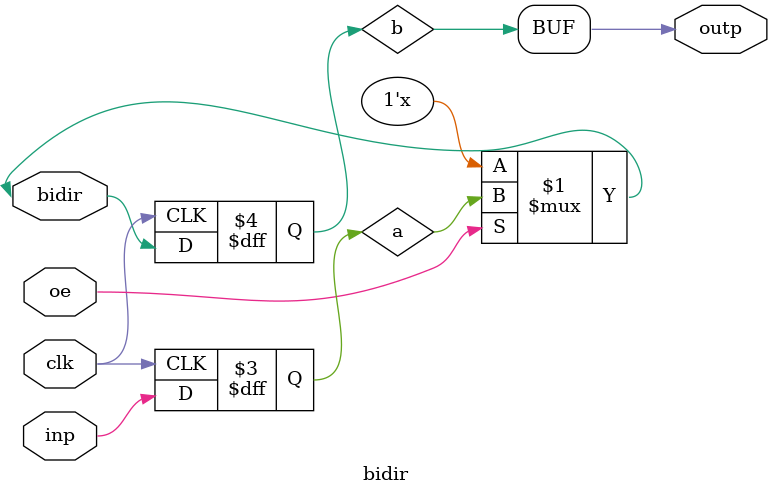
<source format=v>
module bidir(input oe, clk, inp, output outp, inout bidir);

reg a;
reg b;

assign bidir = oe ? a : 1'bZ;
assign outp = b;

always @(posedge clk) begin 
    b <= bidir;
    a <= inp;
end

endmodule

// flow of bidirectional flow
// oe = 1
// outp = b = bidir = a
// oe = 0
// outp = b = bidir = 1'bZ (whatever drives bidir drives b and drives outp)
</source>
